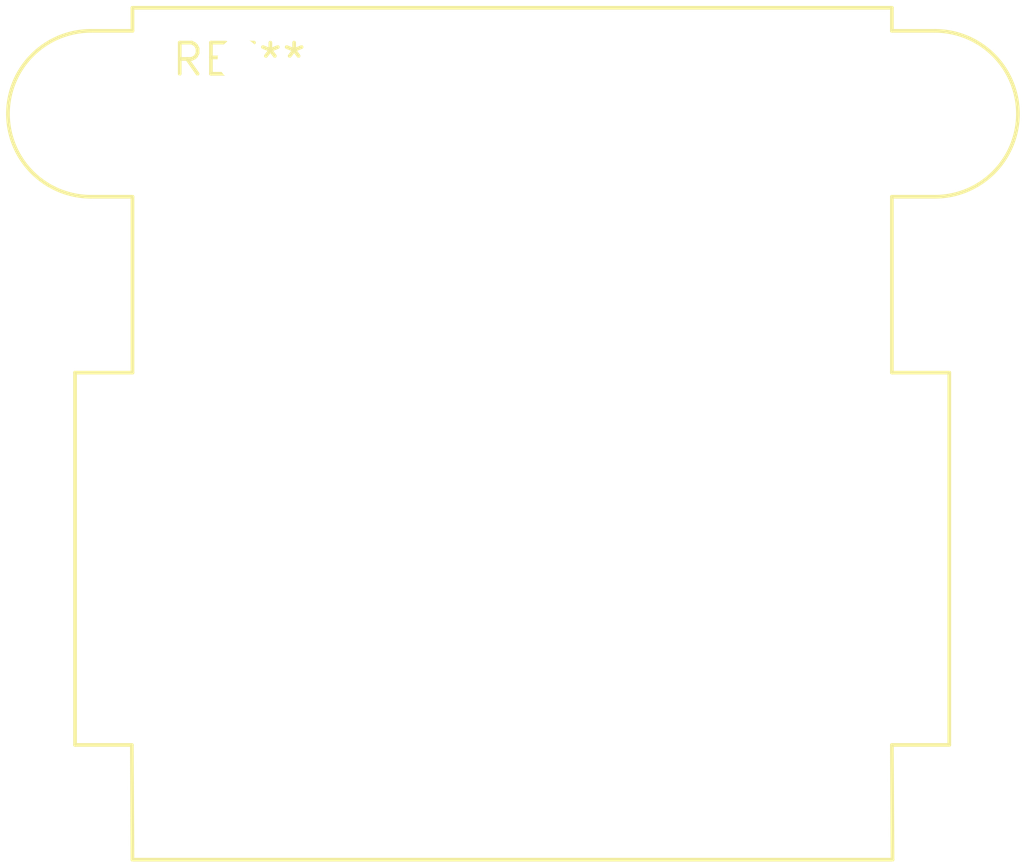
<source format=kicad_pcb>
(kicad_pcb (version 20240108) (generator pcbnew)
  (layers (0 "F.Cu" signal) (31 "B.Cu" signal) (34 "B.Paste" user) (35 "F.Paste" user) (36 "B.SilkS" user "B.Silkscreen") (37 "F.SilkS" user "F.Silkscreen") (38 "B.Mask" user) (39 "F.Mask" user) (44 "Edge.Cuts" user))
  (net 0 "")
  (footprint "DTF13-12Px" (layer "F.Cu") (at 0 0)
    (property "Reference" "REF**")
    (property "Value" "DTF13-12Px")
    (fp_line (start -6.6802 12.7508) (end -4.3434 12.7508) (layer "F.SilkS") (stroke (width 0.15)))
    (fp_line (start -6.6802 27.9146) (end -6.6802 12.7508) (layer "F.SilkS") (stroke (width 0.15)))
    (fp_line (start -6.0198 -1.1684) (end -4.3434 -1.1684) (layer "F.SilkS") (stroke (width 0.15)))
    (fp_line (start -4.3688 27.9146) (end -6.6802 27.9146) (layer "F.SilkS") (stroke (width 0.15)))
    (fp_line (start -4.3434 -2.1082) (end 26.5684 -2.1082) (layer "F.SilkS") (stroke (width 0.15)))
    (fp_line (start -4.3434 -1.1684) (end -4.3434 -2.1082) (layer "F.SilkS") (stroke (width 0.15)))
    (fp_line (start -4.3434 5.588) (end -6.0198 5.588) (layer "F.SilkS") (stroke (width 0.15)))
    (fp_line (start -4.3434 12.7508) (end -4.3434 5.588) (layer "F.SilkS") (stroke (width 0.15)))
    (fp_line (start -4.3434 32.5882) (end -4.3688 27.9146) (layer "F.SilkS") (stroke (width 0.15)))
    (fp_line (start 26.5684 -1.1684) (end 26.5684 -2.1082) (layer "F.SilkS") (stroke (width 0.15)))
    (fp_line (start 26.5684 5.588) (end 26.5684 12.7508) (layer "F.SilkS") (stroke (width 0.15)))
    (fp_line (start 26.5684 12.7508) (end 28.9052 12.7508) (layer "F.SilkS") (stroke (width 0.15)))
    (fp_line (start 26.5684 27.9146) (end 26.5938 32.5882) (layer "F.SilkS") (stroke (width 0.15)))
    (fp_line (start 26.5938 32.5882) (end -4.3434 32.5882) (layer "F.SilkS") (stroke (width 0.15)))
    (fp_line (start 28.2956 -1.1684) (end 26.5684 -1.1684) (layer "F.SilkS") (stroke (width 0.15)))
    (fp_line (start 28.2956 5.588) (end 26.5684 5.588) (layer "F.SilkS") (stroke (width 0.15)))
    (fp_line (start 28.9052 27.9146) (end 26.5684 27.9146) (layer "F.SilkS") (stroke (width 0.15)))
    (fp_line (start 28.9052 27.9146) (end 28.9052 12.7508) (layer "F.SilkS") (stroke (width 0.15)))
    (fp_arc (start -6.0325 5.588) (mid -9.4107 2.2098) (end -6.0325 -1.1684) (layer "F.SilkS") (stroke (width 0.15)))
    (fp_arc (start 28.321 -1.1684) (mid 31.6992 2.2098) (end 28.321 5.588) (layer "F.SilkS") (stroke (width 0.15)))
    (pad "" np_thru_hole circle (at -6.0325 2.2098) (size 2.4 2.4) (drill 2.4) (layers *.Cu *.Mask))
    (pad "" np_thru_hole circle (at 28.2575 2.2098) (size 2.4 2.4) (drill 2.4) (layers *.Cu *.Mask))
    (pad "1" thru_hole rect (at 0 0) (size 3 3) (drill 1.75) (layers *.Cu *.Mask) (remove_unused_layers))
    (pad "2" thru_hole circle (at 4.445 0) (size 3 3) (drill 1.75) (layers *.Cu *.Mask) (remove_unused_layers))
    (pad "3" thru_hole circle (at 8.89 0) (size 3 3) (drill 1.75) (layers *.Cu *.Mask) (remove_unused_layers))
    (pad "4" thru_hole circle (at 13.335 0) (size 3 3) (drill 1.75) (layers *.Cu *.Mask) (remove_unused_layers))
    (pad "5" thru_hole circle (at 17.78 0) (size 3 3) (drill 1.75) (layers *.Cu *.Mask) (remove_unused_layers))
    (pad "6" thru_hole circle (at 22.225 0) (size 3 3) (drill 1.75) (layers *.Cu *.Mask) (remove_unused_layers))
    (pad "7" thru_hole circle (at 22.225 4.445) (size 3 3) (drill 1.75) (layers *.Cu *.Mask) (remove_unused_layers))
    (pad "8" thru_hole circle (at 17.78 4.445) (size 3 3) (drill 1.75) (layers *.Cu *.Mask) (remove_unused_layers))
    (pad "9" thru_hole circle (at 13.335 4.445) (size 3 3) (drill 1.75) (layers *.Cu *.Mask) (remove_unused_layers))
    (pad "10" thru_hole circle (at 8.89 4.445) (size 3 3) (drill 1.75) (layers *.Cu *.Mask) (remove_unused_layers))
    (pad "11" thru_hole circle (at 4.445 4.445) (size 3 3) (drill 1.75) (layers *.Cu *.Mask) (remove_unused_layers))
    (pad "12" thru_hole circle (at 0 4.445) (size 3.556 3.556) (drill 1.75) (layers *.Cu *.Mask) (remove_unused_layers))
  )
)
</source>
